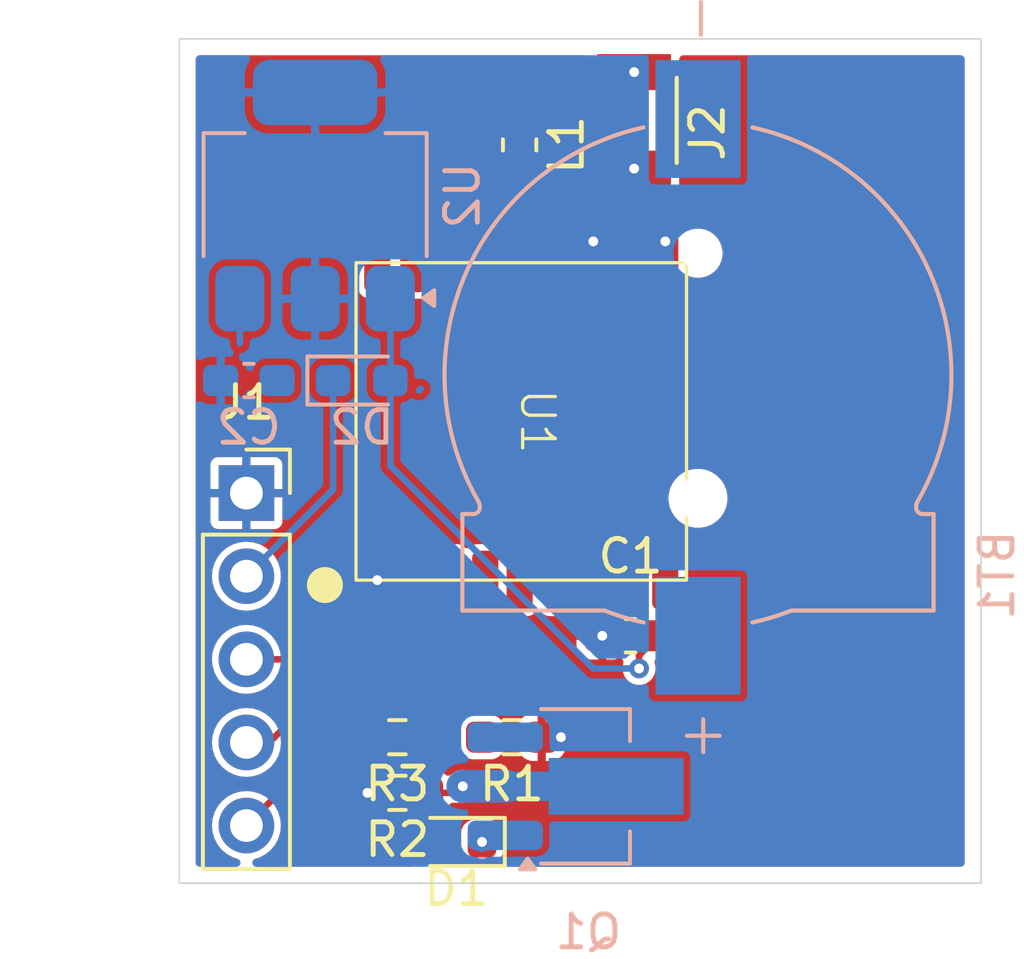
<source format=kicad_pcb>
(kicad_pcb (version 20240108) (generator "pcbnew") (generator_version "8.0")
  (layers (0 "F.Cu" signal) (1 "In1.Cu" signal) (2 "In2.Cu" signal) (31 "B.Cu" signal) (34 "B.Paste" user) (35 "F.Paste" user) (36 "B.SilkS" user "B.Silkscreen") (37 "F.SilkS" user "F.Silkscreen") (38 "B.Mask" user) (39 "F.Mask" user) (44 "Edge.Cuts" user))
  (net 0 "")
  (net 1 "+3.3V")
  (net 2 "GND")
  (net 3 "+5V")
  (net 4 "Net-(D1-K)")
  (net 5 "PPS")
  (net 6 "RXD")
  (net 7 "TXD")
  (net 8 "Net-(J2-SIG)")
  (net 9 "Net-(U1-VCC_RF)")
  (net 10 "Net-(Q1-E)")
  (net 11 "Net-(Q1-B)")
  (net 14 "Net-(BT1-+)")
  (footprint "Resistor_SMD:R_0603_1608Metric_Pad0.98x0.95mm_HandSolder" (layer "F.Cu") (at 89.2125 84 180)
    (property "Reference" "R2" (at 0 -1.43 0) (layer "F.SilkS"))
    (property "Value" "100R")
    (fp_line (start -0.254724 0.5225) (end 0.254724 0.5225) (stroke (width 0.12)) (layer "F.SilkS"))
    (fp_line (start -0.254724 -0.5225) (end 0.254724 -0.5225) (stroke (width 0.12)) (layer "F.SilkS"))
    (pad "1" smd roundrect (at -0.9125 0 180) (size 0.975 0.95) (layers "F.Cu" "F.Paste" "F.Mask") (net 11 "Net-(Q1-B)"))
    (pad "2" smd roundrect (at 0.9125 0 180) (size 0.975 0.95) (layers "F.Cu" "F.Paste" "F.Mask") (net 2 "GND"))
  )
  (footprint "footprints:ATGM336H" (layer "F.Cu") (at 93 72.65 -90)
    (property "Reference" "U1" (at 0 -0.5 -90) (layer "F.SilkS") (effects (font (thickness 0.1))))
    (property "Value" "~")
    (fp_rect (start -4.85 -5.05) (end 4.85 5.05) (stroke (width 0.1)) (fill none) (layer "F.SilkS"))
    (fp_circle (center 5 6) (end 5.5 6) (stroke (width 0.1)) (fill solid) (layer "F.SilkS"))
    (pad "1" smd roundrect (at 4.85 4.4 270) (size 1.8 0.8) (layers "F.Cu" "F.Paste" "F.Mask") (net 2 "GND"))
    (pad "2" smd roundrect (at 4.85 3.3 270) (size 1.8 0.8) (layers "F.Cu" "F.Paste" "F.Mask") (net 7 "TXD"))
    (pad "3" smd roundrect (at 4.85 2.2 270) (size 1.8 0.8) (layers "F.Cu" "F.Paste" "F.Mask") (net 6 "RXD"))
    (pad "4" smd roundrect (at 4.85 1.1 270) (size 1.8 0.8) (layers "F.Cu" "F.Paste" "F.Mask") (net 5 "PPS"))
    (pad "5" smd roundrect (at 4.85 0.05 270) (size 1.8 0.8) (layers "F.Cu" "F.Paste" "F.Mask"))
    (pad "6" smd roundrect (at 4.85 -1.1 270) (size 1.8 0.8) (layers "F.Cu" "F.Paste" "F.Mask") (net 14 "Net-(BT1-+)"))
    (pad "7" smd roundrect (at 4.85 -2.2 270) (size 1.8 0.8) (layers "F.Cu" "F.Paste" "F.Mask"))
    (pad "8" smd roundrect (at 4.85 -3.3 270) (size 1.8 0.8) (layers "F.Cu" "F.Paste" "F.Mask"))
    (pad "9" smd roundrect (at 4.85 -4.4 270) (size 1.8 0.8) (layers "F.Cu" "F.Paste" "F.Mask") (net 1 "+3.3V"))
    (pad "10" smd roundrect (at -4.85 -4.4 270) (size 1.8 0.8) (layers "F.Cu" "F.Paste" "F.Mask") (net 2 "GND"))
    (pad "11" smd roundrect (at -4.85 -3.3 270) (size 1.8 0.8) (layers "F.Cu" "F.Paste" "F.Mask") (net 8 "Net-(J2-SIG)"))
    (pad "12" smd roundrect (at -4.85 -2.2 270) (size 1.8 0.8) (layers "F.Cu" "F.Paste" "F.Mask") (net 2 "GND"))
    (pad "13" smd roundrect (at -4.85 -1.1 270) (size 1.8 0.8) (layers "F.Cu" "F.Paste" "F.Mask"))
    (pad "14" smd roundrect (at -4.85 0.05 270) (size 1.8 0.8) (layers "F.Cu" "F.Paste" "F.Mask") (net 9 "Net-(U1-VCC_RF)"))
    (pad "15" smd roundrect (at -4.85 1.1 270) (size 1.8 0.8) (layers "F.Cu" "F.Paste" "F.Mask"))
    (pad "16" smd roundrect (at -4.85 2.2 270) (size 1.8 0.8) (layers "F.Cu" "F.Paste" "F.Mask"))
    (pad "17" smd roundrect (at -4.85 3.3 270) (size 1.8 0.8) (layers "F.Cu" "F.Paste" "F.Mask"))
    (pad "18" smd roundrect (at -4.85 4.4 270) (size 1.8 0.8) (layers "F.Cu" "F.Paste" "F.Mask"))
  )
  (footprint "Connector_PinSocket_2.54mm:PinSocket_1x05_P2.54mm_Vertical" (layer "F.Cu") (at 84.6 74.84)
    (property "Reference" "J1" (at 0 -2.77 0) (layer "F.SilkS"))
    (property "Value" "Conn_01x05_Socket")
    (fp_line (start -1.33 1.27) (end -1.33 11.49) (stroke (width 0.12)) (layer "F.SilkS"))
    (fp_line (start -1.33 1.27) (end 1.33 1.27) (stroke (width 0.12)) (layer "F.SilkS"))
    (fp_line (start -1.33 11.49) (end 1.33 11.49) (stroke (width 0.12)) (layer "F.SilkS"))
    (fp_line (start 0 -1.33) (end 1.33 -1.33) (stroke (width 0.12)) (layer "F.SilkS"))
    (fp_line (start 1.33 -1.33) (end 1.33 0) (stroke (width 0.12)) (layer "F.SilkS"))
    (fp_line (start 1.33 1.27) (end 1.33 11.49) (stroke (width 0.12)) (layer "F.SilkS"))
    (pad "1" thru_hole rect (at 0 0) (size 1.7 1.7) (drill 1) (layers "*.Cu" "*.Mask") (net 2 "GND"))
    (pad "2" thru_hole oval (at 0 2.54) (size 1.7 1.7) (drill 1) (layers "*.Cu" "*.Mask") (net 3 "+5V"))
    (pad "3" thru_hole oval (at 0 5.08) (size 1.7 1.7) (drill 1) (layers "*.Cu" "*.Mask") (net 7 "TXD"))
    (pad "4" thru_hole oval (at 0 7.62) (size 1.7 1.7) (drill 1) (layers "*.Cu" "*.Mask") (net 6 "RXD"))
    (pad "5" thru_hole oval (at 0 10.16) (size 1.7 1.7) (drill 1) (layers "*.Cu" "*.Mask") (net 5 "PPS"))
  )
  (footprint "Resistor_SMD:R_0603_1608Metric_Pad0.98x0.95mm_HandSolder" (layer "F.Cu") (at 89.2125 82.3 180)
    (property "Reference" "R3" (at 0 -1.43 0) (layer "F.SilkS"))
    (property "Value" "1kR")
    (fp_line (start -0.254724 0.5225) (end 0.254724 0.5225) (stroke (width 0.12)) (layer "F.SilkS"))
    (fp_line (start -0.254724 -0.5225) (end 0.254724 -0.5225) (stroke (width 0.12)) (layer "F.SilkS"))
    (pad "1" smd roundrect (at -0.9125 0 180) (size 0.975 0.95) (layers "F.Cu" "F.Paste" "F.Mask") (net 11 "Net-(Q1-B)"))
    (pad "2" smd roundrect (at 0.9125 0 180) (size 0.975 0.95) (layers "F.Cu" "F.Paste" "F.Mask") (net 5 "PPS"))
  )
  (footprint "LED_SMD:LED_0603_1608Metric" (layer "F.Cu") (at 91.0125 85.5 180)
    (property "Reference" "D1" (at 0 -1.43 0) (layer "F.SilkS"))
    (property "Value" "LED")
    (fp_line (start 0.8 -0.735) (end -1.485 -0.735) (stroke (width 0.12)) (layer "F.SilkS"))
    (fp_line (start -1.485 0.735) (end 0.8 0.735) (stroke (width 0.12)) (layer "F.SilkS"))
    (fp_line (start -1.485 -0.735) (end -1.485 0.735) (stroke (width 0.12)) (layer "F.SilkS"))
    (pad "1" smd roundrect (at -0.7875 0 180) (size 0.875 0.95) (layers "F.Cu" "F.Paste" "F.Mask") (net 4 "Net-(D1-K)"))
    (pad "2" smd roundrect (at 0.7875 0 180) (size 0.875 0.95) (layers "F.Cu" "F.Paste" "F.Mask") (net 3 "+5V"))
  )
  (footprint "Resistor_SMD:R_0603_1608Metric_Pad0.98x0.95mm_HandSolder" (layer "F.Cu") (at 92.7125 82.3 180)
    (property "Reference" "R1" (at 0 -1.43 0) (layer "F.SilkS"))
    (property "Value" "100R")
    (fp_line (start -0.254724 0.5225) (end 0.254724 0.5225) (stroke (width 0.12)) (layer "F.SilkS"))
    (fp_line (start -0.254724 -0.5225) (end 0.254724 -0.5225) (stroke (width 0.12)) (layer "F.SilkS"))
    (pad "1" smd roundrect (at -0.9125 0 180) (size 0.975 0.95) (layers "F.Cu" "F.Paste" "F.Mask") (net 2 "GND"))
    (pad "2" smd roundrect (at 0.9125 0 180) (size 0.975 0.95) (layers "F.Cu" "F.Paste" "F.Mask") (net 10 "Net-(Q1-E)"))
  )
  (footprint "Capacitor_SMD:C_0603_1608Metric_Pad1.08x0.95mm_HandSolder" (layer "F.Cu") (at 96.3375 79.2)
    (property "Reference" "C1" (at 0 -2.43 0) (layer "F.SilkS"))
    (property "Value" "10uF")
    (fp_line (start -0.146267 -0.51) (end 0.146267 -0.51) (stroke (width 0.12)) (layer "F.SilkS"))
    (fp_line (start -0.146267 0.51) (end 0.146267 0.51) (stroke (width 0.12)) (layer "F.SilkS"))
    (pad "1" smd roundrect (at -0.8625 0) (size 1.075 0.95) (layers "F.Cu" "F.Paste" "F.Mask") (net 2 "GND"))
    (pad "2" smd roundrect (at 0.8625 0) (size 1.075 0.95) (layers "F.Cu" "F.Paste" "F.Mask") (net 1 "+3.3V"))
  )
  (footprint "footprints:HRS_U.FL-R-SMT_01_" (layer "F.Cu") (at 96.45 63.45 -90)
    (property "Reference" "J2" (at 0.371335 -2.239855 90) (layer "F.SilkS") (effects (font (size 1.001126 1.001126))))
    (property "Value" "U.FL Connector" (hide yes))
    (fp_line (start 1.3 -1.3) (end -1.3 -1.3) (stroke (width 0.127)) (layer "F.SilkS"))
    (pad "1" smd rect (at -1.475 0 270) (size 1.1 2.25) (layers "F.Cu" "F.Paste" "F.Mask") (net 2 "GND"))
    (pad "2" smd rect (at 1.475 0 270) (size 1.1 2.25) (layers "F.Cu" "F.Paste" "F.Mask") (net 2 "GND"))
    (pad "3" smd rect (at 0 1.55 270) (size 1.05 1.1) (layers "F.Cu" "F.Paste" "F.Mask") (net 8 "Net-(J2-SIG)"))
    (zone (net 0) (net_name "") (layer "F.Cu") (connect_pads (clearance 0)) (min_thickness 0.01)
      (keepout (tracks not_allowed) (vias not_allowed) (pads not_allowed) (copperpour not_allowed) (footprints allowed))
      (fill (thermal_gap 0.508) (thermal_bridge_width 0.508))
      (polygon (pts (xy 97.6 62.546936) (xy 97.6 64.35) (xy 95.486732 64.35) (xy 95.486732 62.546936)))
    )
  )
  (footprint "Inductor_SMD:L_0603_1608Metric_Pad1.05x0.95mm_HandSolder" (layer "F.Cu") (at 92.95 64.2 -90)
    (property "Reference" "L1" (at 0 -1.43 90) (layer "F.SilkS"))
    (property "Value" "47nH")
    (fp_line (start -0.171267 0.51) (end 0.171267 0.51) (stroke (width 0.12)) (layer "F.SilkS"))
    (fp_line (start -0.171267 -0.51) (end 0.171267 -0.51) (stroke (width 0.12)) (layer "F.SilkS"))
    (pad "1" smd roundrect (at -0.875 0 270) (size 1.05 0.95) (layers "F.Cu" "F.Paste" "F.Mask") (net 8 "Net-(J2-SIG)"))
    (pad "2" smd roundrect (at 0.875 0 270) (size 1.05 0.95) (layers "F.Cu" "F.Paste" "F.Mask") (net 9 "Net-(U1-VCC_RF)"))
  )
  (footprint "Diode_SMD:D_0603_1608Metric_Pad1.05x0.95mm_HandSolder" (layer "B.Cu") (at 88.125 71.4)
    (property "Reference" "D2" (at 0 1.43 0) (layer "B.SilkS") (effects (justify mirror)))
    (property "Value" "D" (hide yes))
    (fp_line (start -1.66 -0.735) (end -1.66 0.735) (stroke (width 0.12)) (layer "B.SilkS"))
    (fp_line (start -1.66 0.735) (end 0.8 0.735) (stroke (width 0.12)) (layer "B.SilkS"))
    (fp_line (start 0.8 -0.735) (end -1.66 -0.735) (stroke (width 0.12)) (layer "B.SilkS"))
    (pad "1" smd roundrect (at -0.875 0) (size 1.05 0.95) (layers "B.Cu" "B.Paste" "B.Mask") (net 3 "+5V"))
    (pad "2" smd roundrect (at 0.875 0) (size 1.05 0.95) (layers "B.Cu" "B.Paste" "B.Mask") (net 1 "+3.3V"))
  )
  (footprint "Package_TO_SOT_SMD:SOT-223-3_TabPin2" (layer "B.Cu") (at 86.7 65.75 90)
    (property "Reference" "U2" (at 0 4.5 90) (layer "B.SilkS") (effects (justify mirror)))
    (property "Value" "AMS1117-3.3")
    (fp_line (start 1.91 -3.41) (end -1.85 -3.41) (stroke (width 0.12)) (layer "B.SilkS"))
    (fp_line (start 1.91 -2.15) (end 1.91 -3.41) (stroke (width 0.12)) (layer "B.SilkS"))
    (fp_line (start 1.91 2.15) (end 1.91 3.41) (stroke (width 0.12)) (layer "B.SilkS"))
    (fp_line (start 1.91 3.41) (end -1.85 3.41) (stroke (width 0.12)) (layer "B.SilkS"))
    (fp_poly (pts (xy -3.13 3.31) (xy -3.37 3.64) (xy -2.89 3.64) (xy -3.13 3.31)) (stroke (width 0.12)) (fill solid) (layer "B.SilkS"))
    (pad "1" smd roundrect (at -3.15 0 90) (size 2 1.5) (layers "B.Cu" "B.Paste" "B.Mask") (net 2 "GND"))
    (pad "1" smd roundrect (at 3.15 0 90) (size 2 3.8) (layers "B.Cu" "B.Paste" "B.Mask") (net 2 "GND"))
    (pad "2" smd roundrect (at -3.15 2.3 90) (size 2 1.5) (layers "B.Cu" "B.Paste" "B.Mask") (net 1 "+3.3V"))
    (pad "3" smd roundrect (at -3.15 -2.3 90) (size 2 1.5) (layers "B.Cu" "B.Paste" "B.Mask") (net 3 "+5V"))
  )
  (footprint "footprints:BAT_1056TR" (layer "B.Cu") (at 98.4 71.02 90)
    (property "Reference" "BT1" (at -6.325 9.135 90) (layer "B.SilkS") (effects (justify mirror)))
    (property "Value" "Battery_Cell")
    (fp_line (start -4.46 -7.2) (end -7.41 -7.2) (stroke (width 0.127)) (layer "B.SilkS"))
    (fp_line (start -7.41 -7.2) (end -7.41 -2.85) (stroke (width 0.127)) (layer "B.SilkS"))
    (fp_line (start -4.46 -6.88) (end -4.46 -7.2) (stroke (width 0.127)) (layer "B.SilkS"))
    (fp_line (start -11.235 -0.34) (end -11.235 0.66) (stroke (width 0.127)) (layer "B.SilkS"))
    (fp_line (start 11.185 0.09) (end 10.185 0.09) (stroke (width 0.127)) (layer "B.SilkS"))
    (fp_line (start -10.735 0.16) (end -11.735 0.16) (stroke (width 0.127)) (layer "B.SilkS"))
    (fp_line (start -4.46 6.88) (end -4.46 7.2) (stroke (width 0.127)) (layer "B.SilkS"))
    (fp_line (start -4.46 7.2) (end -7.41 7.2) (stroke (width 0.127)) (layer "B.SilkS"))
    (fp_line (start -7.41 7.2) (end -7.41 2.85) (stroke (width 0.127)) (layer "B.SilkS"))
    (fp_arc (start -0.21 -7.745) (mid 4.642358 -6.036609) (end 7.354 -1.664999) (stroke (width 0.127)) (layer "B.SilkS"))
    (fp_arc (start -4.085 -6.705) (mid -2.216137 -7.480737) (end -0.21 -7.745) (stroke (width 0.127)) (layer "B.SilkS"))
    (fp_arc (start -4.085 -6.705) (mid -4.17231 -6.672896) (end -4.265 -6.665) (stroke (width 0.127)) (layer "B.SilkS"))
    (fp_arc (start -4.265 -6.665) (mid -4.407029 -6.732113) (end -4.460001 -6.88) (stroke (width 0.127)) (layer "B.SilkS"))
    (fp_arc (start -7.773 -1.664) (mid -7.616196 -2.264559) (end -7.41 -2.85) (stroke (width 0.127)) (layer "B.SilkS"))
    (fp_arc (start 7.354 1.664999) (mid 4.642358 6.036609) (end -0.21 7.745) (stroke (width 0.127)) (layer "B.SilkS"))
    (fp_arc (start -7.41 2.85) (mid -7.616196 2.264559) (end -7.773 1.664) (stroke (width 0.127)) (layer "B.SilkS"))
    (fp_arc (start -4.265 6.665) (mid -4.17231 6.672896) (end -4.085 6.705) (stroke (width 0.127)) (layer "B.SilkS"))
    (fp_arc (start -4.46 6.88) (mid -4.407028 6.732114) (end -4.265 6.665) (stroke (width 0.127)) (layer "B.SilkS"))
    (fp_arc (start -0.21 7.745) (mid -2.216137 7.480737) (end -4.085 6.705) (stroke (width 0.127)) (layer "B.SilkS"))
    (pad "" np_thru_hole circle (at -3.98 0 90) (size 1.3 1.3) (drill 1.3) (layers "*.Cu" "*.Mask"))
    (pad "" np_thru_hole circle (at 3.51 0 90) (size 1 1) (drill 1) (layers "*.Cu" "*.Mask"))
    (pad "N" smd rect (at 7.61 0 90) (size 3.6 2.6) (layers "B.Cu" "B.Paste" "B.Mask"))
    (pad "P" smd rect (at -8.18 0 90) (size 3.6 2.6) (layers "B.Cu" "B.Paste" "B.Mask"))
  )
  (footprint "Capacitor_SMD:C_0603_1608Metric_Pad1.08x0.95mm_HandSolder" (layer "B.Cu") (at 84.675 71.4)
    (property "Reference" "C2" (at 0 1.43 0) (layer "B.SilkS") (effects (justify mirror)))
    (property "Value" "10uF")
    (fp_line (start 0.146267 -0.51) (end -0.146267 -0.51) (stroke (width 0.12)) (layer "B.SilkS"))
    (fp_line (start 0.146267 0.51) (end -0.146267 0.51) (stroke (width 0.12)) (layer "B.SilkS"))
    (pad "1" smd roundrect (at -0.8625 0) (size 1.075 0.95) (layers "B.Cu" "B.Paste" "B.Mask") (net 2 "GND"))
    (pad "2" smd roundrect (at 0.8625 0) (size 1.075 0.95) (layers "B.Cu" "B.Paste" "B.Mask") (net 3 "+5V"))
  )
  (footprint "Package_TO_SOT_SMD:SOT-89-3_Handsoldering" (layer "B.Cu") (at 94.9625 83.8)
    (property "Reference" "Q1" (at 0.0875 4.45 0) (layer "B.SilkS") (effects (justify mirror)))
    (property "Value" "NPN")
    (fp_line (start -1.36 -2.36) (end 1.36 -2.36) (stroke (width 0.12)) (layer "B.SilkS"))
    (fp_line (start 1.36 -2.36) (end 1.36 -1.38) (stroke (width 0.12)) (layer "B.SilkS"))
    (fp_line (start 1.36 2.36) (end -1.36 2.36) (stroke (width 0.12)) (layer "B.SilkS"))
    (fp_line (start 1.36 2.36) (end -1.22 2.36) (stroke (width 0.12)) (layer "B.SilkS"))
    (fp_line (start 1.36 2.36) (end 1.36 1.38) (stroke (width 0.12)) (layer "B.SilkS"))
    (fp_poly (pts (xy -1.77 2.21) (xy -2.01 2.54) (xy -1.53 2.54) (xy -1.77 2.21)) (stroke (width 0.12)) (fill solid) (layer "B.SilkS"))
    (pad "1" smd roundrect (at -2.45 1.5) (size 2.3 0.9) (layers "B.Cu" "B.Paste" "B.Mask") (net 4 "Net-(D1-K)"))
    (pad "2" smd custom (at -2.3625 0) (size 2.475 0.9) (layers "B.Cu" "B.Paste" "B.Mask") (net 11 "Net-(Q1-B)") (options (clearance outline) (anchor rect)) (primitives (gr_poly (pts (xy 5.3625 -0.8665) (xy 1.2375 -0.8665) (xy 1.2375 0.8665) (xy 5.3625 0.8665)) (width 0) (fill yes))))
    (pad "3" smd roundrect (at -2.45 -1.5) (size 2.3 0.9) (layers "B.Cu" "B.Paste" "B.Mask") (net 10 "Net-(Q1-E)"))
  )
  (gr_rect (start 82.55 60.96) (end 107.05 86.76) (stroke (width 0.05)) (fill none) (layer "Edge.Cuts"))
  (segment (start 96.6 79.8) (end 97.2 79.2) (width 0.2) (layer "F.Cu") (net 1))
  (segment (start 97.2 79.2) (end 97.2 77.7) (width 0.2) (layer "F.Cu") (net 1))
  (segment (start 96.6 80.2) (end 96.6 79.8) (width 0.2) (layer "F.Cu") (net 1))
  (segment (start 97.2 77.7) (end 97.4 77.5) (width 0.2) (layer "F.Cu") (net 1))
  (via (at 96.6 80.2) (size 0.6) (drill 0.3) (layers "F.Cu" "B.Cu") (net 1))
  (segment (start 89 74) (end 95.2 80.2) (width 0.2) (layer "B.Cu") (net 1))
  (segment (start 89 71.4) (end 89 74) (width 0.2) (layer "B.Cu") (net 1))
  (segment (start 89.875 71.705) (end 89.93 71.65) (width 0.2) (layer "B.Cu") (net 1))
  (segment (start 89 68.9) (end 89 71.4) (width 0.2) (layer "B.Cu") (net 1))
  (segment (start 95.2 80.2) (end 96.6 80.2) (width 0.2) (layer "B.Cu") (net 1))
  (segment (start 96.45 64.925) (end 96.45 65.15) (width 0.5) (layer "F.Cu") (net 2))
  (segment (start 96.45 65.15) (end 97.4 66.1) (width 0.5) (layer "F.Cu") (net 2))
  (segment (start 97.4 66.1) (end 97.4 67.15) (width 0.5) (layer "F.Cu") (net 2))
  (via (at 96.45 61.975) (size 0.6) (drill 0.3) (layers "F.Cu" "B.Cu") (net 2))
  (via (at 94.2125 82.3) (size 0.6) (drill 0.3) (layers "F.Cu" "B.Cu") (net 2))
  (via (at 95.2 67.15) (size 0.6) (drill 0.3) (layers "F.Cu" "B.Cu") (net 2))
  (via (at 88.3 84) (size 0.6) (drill 0.3) (layers "F.Cu" "B.Cu") (net 2))
  (via (at 97.4 67.15) (size 0.6) (drill 0.3) (layers "F.Cu" "B.Cu") (net 2))
  (via (at 88.6 77.5) (size 0.6) (drill 0.3) (layers "F.Cu" "B.Cu") (net 2))
  (via (at 96.45 64.925) (size 0.6) (drill 0.3) (layers "F.Cu" "B.Cu") (net 2))
  (via (at 95.475 79.2) (size 0.6) (drill 0.3) (layers "F.Cu" "B.Cu") (net 2))
  (segment (start 84.6 74.84) (end 84.6 72.1875) (width 0.2) (layer "B.Cu") (net 2))
  (segment (start 84.6 72.1875) (end 83.8125 71.4) (width 0.2) (layer "B.Cu") (net 2))
  (segment (start 86.79 75.19) (end 86.89 75.09) (width 0.2) (layer "B.Cu") (net 3))
  (segment (start 84.4 68.9) (end 84.4 70.2625) (width 0.2) (layer "B.Cu") (net 3))
  (segment (start 86.9 71.4) (end 87.25 71.4) (width 0.2) (layer "B.Cu") (net 3))
  (segment (start 86.79 75.19) (end 87.25 74.73) (width 0.2) (layer "B.Cu") (net 3))
  (segment (start 87.25 74.73) (end 87.25 71.4) (width 0.2) (layer "B.Cu") (net 3))
  (segment (start 84.6 77.38) (end 86.79 75.19) (width 0.2) (layer "B.Cu") (net 3))
  (via (at 91.8 85.5) (size 0.6) (drill 0.3) (layers "F.Cu" "B.Cu") (net 4))
  (segment (start 85.8 83.8) (end 84.6 85) (width 0.2) (layer "F.Cu") (net 5))
  (segment (start 91.9 76.85) (end 91.9 77.4) (width 0.2) (layer "F.Cu") (net 5))
  (segment (start 91.9 77.5) (end 91.9 78.4) (width 0.2) (layer "F.Cu") (net 5))
  (segment (start 91.9 78.4) (end 91.6 78.7) (width 0.2) (layer "F.Cu") (net 5))
  (segment (start 90.92 78.7) (end 88.905 80.715) (width 0.2) (layer "F.Cu") (net 5))
  (segment (start 88.62 81) (end 88.62 81.98) (width 0.2) (layer "F.Cu") (net 5))
  (segment (start 88.9 80.72) (end 87.64 80.72) (width 0.2) (layer "F.Cu") (net 5))
  (segment (start 88.905 80.715) (end 88.9 80.72) (width 0.2) (layer "F.Cu") (net 5))
  (segment (start 91.8875 76.8625) (end 91.9 76.85) (width 0.2) (layer "F.Cu") (net 5))
  (segment (start 91.6 78.7) (end 90.92 78.7) (width 0.2) (layer "F.Cu") (net 5))
  (segment (start 87.64 80.72) (end 85.8 82.56) (width 0.2) (layer "F.Cu") (net 5))
  (segment (start 85.8 82.56) (end 85.8 83.8) (width 0.2) (layer "F.Cu") (net 5))
  (segment (start 88.62 81.98) (end 88.3 82.3) (width 0.2) (layer "F.Cu") (net 5))
  (segment (start 88.905 80.715) (end 88.62 81) (width 0.2) (layer "F.Cu") (net 5))
  (segment (start 88.725686 80.32) (end 87.44 80.32) (width 0.2) (layer "F.Cu") (net 6))
  (segment (start 87.44 80.32) (end 85.3 82.46) (width 0.2) (layer "F.Cu") (net 6))
  (segment (start 85.3 82.46) (end 84.6 82.46) (width 0.2) (layer "F.Cu") (net 6))
  (segment (start 84.651371 81.78) (end 84.6 81.78) (width 0.2) (layer "F.Cu") (net 6))
  (segment (start 90.8 76.85) (end 90.8 77.75) (width 0.2) (layer "F.Cu") (net 6))
  (segment (start 90.8 78.245686) (end 88.725686 80.32) (width 0.2) (layer "F.Cu") (net 6))
  (segment (start 90.8 77.5) (end 90.8 78.245686) (width 0.2) (layer "F.Cu") (net 6))
  (segment (start 89.7 78.78) (end 88.56 79.92) (width 0.2) (layer "F.Cu") (net 7))
  (segment (start 88.56 79.92) (end 87.13 79.92) (width 0.2) (layer "F.Cu") (net 7))
  (segment (start 86.57 79.53) (end 86.57 79.76) (width 0.2) (layer "F.Cu") (net 7))
  (segment (start 85.58 79.92) (end 84.6 79.92) (width 0.2) (layer "F.Cu") (net 7))
  (segment (start 89.7 77.5) (end 89.7 78.78) (width 0.2) (layer "F.Cu") (net 7))
  (segment (start 86.81 79.37) (end 86.73 79.37) (width 0.2) (layer "F.Cu") (net 7))
  (segment (start 86.01 79.92) (end 85.93 79.92) (width 0.2) (layer "F.Cu") (net 7))
  (segment (start 86.41 80.47) (end 86.33 80.47) (width 0.2) (layer "F.Cu") (net 7))
  (segment (start 85.93 79.92) (end 85.58 79.92) (width 0.2) (layer "F.Cu") (net 7))
  (segment (start 86.17 80.31) (end 86.17 80.08) (width 0.2) (layer "F.Cu") (net 7))
  (segment (start 89.7 76.85) (end 89.7 78.284314) (width 0.2) (layer "F.Cu") (net 7))
  (segment (start 86.97 79.76) (end 86.97 79.53) (width 0.2) (layer "F.Cu") (net 7))
  (segment (start 86.57 79.76) (end 86.57 80.31) (width 0.2) (layer "F.Cu") (net 7))
  (arc (start 86.17 80.08) (mid 86.123137 79.966863) (end 86.01 79.92) (width 0.2) (layer "F.Cu") (net 7))
  (arc (start 86.57 80.31) (mid 86.523137 80.423137) (end 86.41 80.47) (width 0.2) (layer "F.Cu") (net 7))
  (arc (start 87.13 79.92) (mid 87.016863 79.873137) (end 86.97 79.76) (width 0.2) (layer "F.Cu") (net 7))
  (arc (start 86.73 79.37) (mid 86.616863 79.416863) (end 86.57 79.53) (width 0.2) (layer "F.Cu") (net 7))
  (arc (start 86.97 79.53) (mid 86.923137 79.416863) (end 86.81 79.37) (width 0.2) (layer "F.Cu") (net 7))
  (arc (start 86.33 80.47) (mid 86.216863 80.423137) (end 86.17 80.31) (width 0.2) (layer "F.Cu") (net 7))
  (segment (start 95.025 65.775) (end 95.825 65.775) (width 0.2) (layer "F.Cu") (net 8))
  (segment (start 92.95 63.325) (end 94.775 63.325) (width 0.2) (layer "F.Cu") (net 8))
  (segment (start 94.9 65.65) (end 95.025 65.775) (width 0.2) (layer "F.Cu") (net 8))
  (segment (start 94.775 63.325) (end 94.9 63.45) (width 0.2) (layer "F.Cu") (net 8))
  (segment (start 96.3 66.25) (end 96.3 67.15) (width 0.2) (layer "F.Cu") (net 8))
  (segment (start 94.9 63.45) (end 94.9 65.65) (width 0.2) (layer "F.Cu") (net 8))
  (segment (start 95.825 65.775) (end 96.3 66.25) (width 0.2) (layer "F.Cu") (net 8))
  (segment (start 92.95 67.15) (end 92.95 65.075) (width 0.2) (layer "F.Cu") (net 9))
  (segment (start 90.125 82.3) (end 90.125 84) (width 0.2) (layer "F.Cu") (net 11))
  (segment (start 91.0125 84) (end 91.2125 83.8) (width 0.2) (layer "F.Cu") (net 11))
  (segment (start 90.125 84) (end 91.0125 84) (width 0.2) (layer "F.Cu") (net 11))
  (via (at 91.2125 83.8) (size 0.6) (drill 0.3) (layers "F.Cu" "B.Cu") (net 11))
  (segment (start 91.2125 83.8) (end 92.55 83.8) (width 1) (layer "B.Cu") (net 11))
  (zone (net 2) (net_name "GND") (layers "F.Cu" "In1.Cu" "In2.Cu" "B.Cu") (connect_pads (clearance 0.1)) (min_thickness 0.25) (fill yes (thermal_gap 0.25) (thermal_bridge_width 0.25))
    (polygon (pts (xy 82.6 61) (xy 107 61) (xy 107 86.8) (xy 82.6 86.8)))
  )
)
</source>
